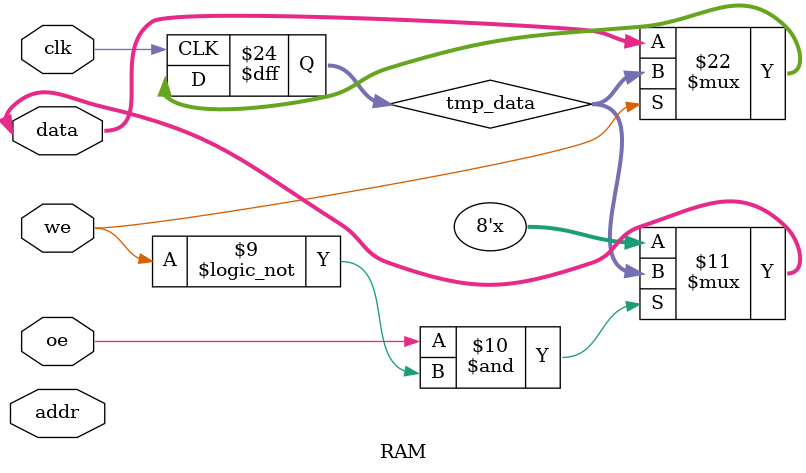
<source format=v>
module RAM (
    input [7:0] addr,
    inout [7:0] data,   // inout
    input we,
    input clk,
    input oe
);
    reg [7:0] ram [7:0];
    reg [7:0] tmp_data;

    always@(posedge clk) begin
        if(we)
            ram[addr] <= data;
        else
            tmp_data <= data;
    end

    assign data = oe & !we ? tmp_data : 8'bzzzzzzzz;
    
endmodule
</source>
